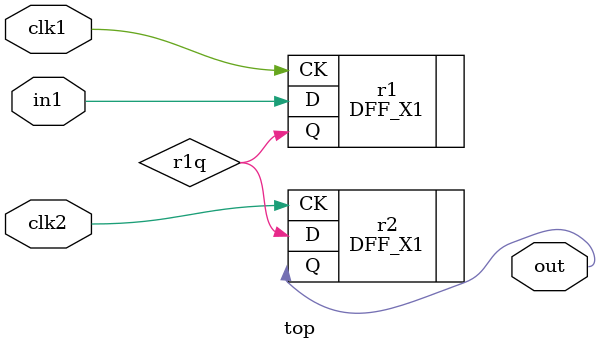
<source format=v>
`default_nettype none

module top (
    input wire in1,
    input wire clk1,
    input wire clk2,
    output wire out);

  wire r1q;
 // wire dc1, dc2, dc3;

  //BUF_X1 u3 (.A(dc2), .Z(dc3));
  
  DFF_X1 r1 (.D(in1), .CK(clk1), .Q(r1q));

  DFF_X1 r2 (.D(r1q), .CK(clk2), .Q(out));
endmodule


</source>
